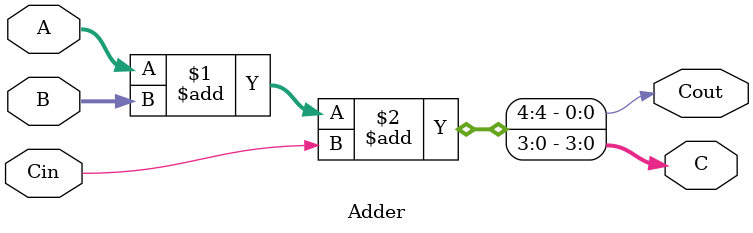
<source format=v>
`timescale 1ns / 1ps


module Adder(
    input [3:0] A,
    input [3:0] B,
    input Cin,
    
    output [3:0] C,
    output Cout
    );
    
    assign {Cout, C} = A + B + Cin;
    
endmodule

</source>
